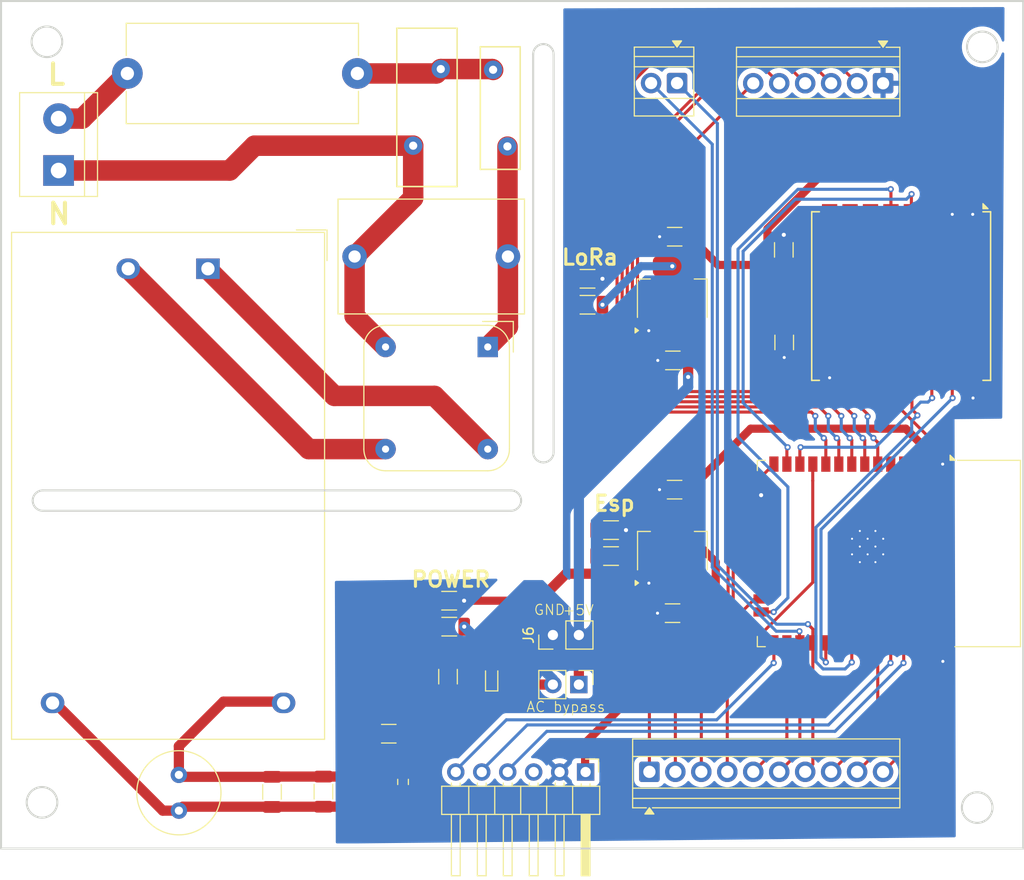
<source format=kicad_pcb>
(kicad_pcb (version 20241229) (generator "pcbnew") (generator_version "9.0")
  (layers (0 "F.Cu" signal) (2 "B.Cu" signal) (13 "F.Paste" user) (15 "B.Paste" user) (5 "F.SilkS" user "F.Silkscreen") (7 "B.SilkS" user "B.Silkscreen") (1 "F.Mask" user) (3 "B.Mask" user) (25 "Edge.Cuts" user))
  (net 0 "")
  (net 1 "Net-(AC_IP1-Pin_1)")
  (net 2 "Net-(AC_IP1-Pin_2)")
  (net 3 "GND")
  (net 4 "+3.3V")
  (net 5 "Net-(C2-Pad1)")
  (net 6 "/ESP/11")
  (net 7 "/ESP/27")
  (net 8 "/ESP/23")
  (net 9 "/ESP/26")
  (net 10 "/ESP/16")
  (net 11 "/ESP/37")
  (net 12 "/ESP/33")
  (net 13 "/ESP/28")
  (net 14 "/ESP/36")
  (net 15 "/ESP/14")
  (net 16 "TXD")
  (net 17 "RXD")
  (net 18 "DTR")
  (net 20 "/ESP/10")
  (net 21 "/ESP/6")
  (net 22 "/ESP/7")
  (net 23 "/ESP/8")
  (net 24 "/ESP/9")
  (net 31 "NSS")
  (net 32 "MISO")
  (net 33 "SCK")
  (net 35 "RESET")
  (net 36 "DIO0")
  (net 40 "MOSI")
  (net 46 "+3.3V_2")
  (net 47 "Net-(PS1-+Vout)")
  (net 48 "Net-(PS1-AC{slash}N)")
  (net 49 "Net-(PS1-AC{slash}L)")
  (net 50 "Net-(F1-Pad2)")
  (net 51 "Net-(D2-A)")
  (net 52 "Net-(D3-A)")
  (net 53 "Net-(D4-A)")
  (net 54 "Net-(D1-K)")
  (net 55 "+5V_1")
  (footprint "Connector_PinHeader_2.54mm:PinHeader_1x06_P2.54mm_Horizontal" (layer "F.Cu") (at 123.64 133.39 -90)
    (property "Reference" "J3" (hide yes))
    (property "Value" "Conn_01x06_Pin" (hide yes))
  )
  (footprint "Capacitor_SMD:C_1206_3216Metric" (layer "F.Cu") (at 143.03 82.28 90)
    (property "Reference" "C5llora1" (hide yes))
    (property "Value" "10uF" (hide yes))
  )
  (footprint "Capacitor_SMD:C_1206_3216Metric" (layer "F.Cu") (at 132.175 93.1)
    (property "Reference" "C1" (hide yes))
    (property "Value" "10uF" (hide yes))
  )
  (footprint "Capacitor_SMD:C_1206_3216Metric" (layer "F.Cu") (at 132.1475 117.84)
    (property "Reference" "C3" (hide yes))
    (property "Value" "10uF" (hide yes))
  )
  (footprint "Capacitor_SMD:C_1206_3216Metric" (layer "F.Cu") (at 104.385 129.64 180)
    (property "Reference" "Cpost1" (hide yes))
    (property "Value" "10uF" (hide yes))
  )
  (footprint "Connector_PinHeader_2.54mm:PinHeader_1x02_P2.54mm_Vertical" (layer "F.Cu") (at 122.98 124.83 -90)
    (property "Reference" "J5" (hide yes))
    (property "Value" "Conn_01x02_Pin" (hide yes))
  )
  (footprint "TerminalBlock:TerminalBlock_Xinya_XY308-2.54-2P_1x02_P2.54mm_Horizontal" (layer "F.Cu") (at 132.585 65.9525 180)
    (property "Reference" "J2" (hide yes))
    (property "Value" "Conn_01x02_Pin" (hide yes))
  )
  (footprint "Converter_ACDC:Converter_ACDC_Hi-Link_HLK-10Mxx" (layer "F.Cu") (at 86.6925 84.1275 -90)
    (property "Reference" "PS1" (hide yes))
    (property "Value" "HLK-10M05" (hide yes))
  )
  (footprint "Diode_SMD:D_SOD-523" (layer "F.Cu") (at 114.45 124.19 90)
    (property "Reference" "D1" (hide yes))
    (property "Value" "PTVS5V0Z1USK" (hide yes))
  )
  (footprint "Capacitor_SMD:C_1206_3216Metric" (layer "F.Cu") (at 97.99 135.31 90)
    (property "Reference" "Chf1" (hide yes))
    (property "Value" "0.1uF" (hide yes))
  )
  (footprint "Capacitor_THT:C_Radial_D8.0mm_H7.0mm_P3.50mm" (layer "F.Cu") (at 83.85 137.17 90)
    (property "Reference" "Cbulk1" (hide yes))
    (property "Value" "100uF" (hide yes))
  )
  (footprint "Inductor_THT:Choke_Schaffner_RN102-04-14.0x14.0mm" (layer "F.Cu") (at 114.0675 91.7825 -90)
    (property "Reference" "FL1" (hide yes))
    (property "Value" "Choke_Schaffner_RN102-0.3-02-12M" (hide yes))
  )
  (footprint "TerminalBlock:TerminalBlock_bornier-2_P5.08mm" (layer "F.Cu") (at 72.08 74.51 90)
    (property "Reference" "AC_IP1" (hide yes))
    (property "Value" "Conn_01x02_Socket" (hide yes))
  )
  (footprint "Package_TO_SOT_SMD:SOT-223-3_TabPin2" (layer "F.Cu") (at 132.13 111.75 90)
    (property "Reference" "U1" (hide yes))
    (property "Value" "AMS1117-3.3" (hide yes))
  )
  (footprint "Resistor_SMD:R_0603_1608Metric_Pad0.98x0.95mm_HandSolder" (layer "F.Cu") (at 105.78 134.36 90)
    (property "Reference" "FB1" (hide yes))
    (property "Value" "FerriteBead" (hide yes))
  )
  (footprint "TerminalBlock:TerminalBlock_Xinya_XY308-2.54-10P_1x10_P2.54mm_Horizontal" (layer "F.Cu") (at 129.88 133.37)
    (property "Reference" "J1" (hide yes))
    (property "Value" "Conn_01x10_Pin" (hide yes))
  )
  (footprint "Varistor:RV_Disc_D12mm_W3.9mm_P7.5mm" (layer "F.Cu") (at 114.59 72.15 90)
    (property "Reference" "TH1" (hide yes))
    (property "Value" "Thermistor_NTC" (hide yes))
  )
  (footprint "Varistor:RV_Disc_D15.5mm_W5.9mm_P7.5mm" (layer "F.Cu") (at 106.77 72.08 90)
    (property "Reference" "RV1" (hide yes))
    (property "Value" "Varistor" (hide yes))
  )
  (footprint "Package_TO_SOT_SMD:SOT-223-3_TabPin2" (layer "F.Cu") (at 132.12 87.04 90)
    (property "Reference" "U4" (hide yes))
    (property "Value" "AMS1117-3.3" (hide yes))
  )
  (footprint "RF_Module:Ai-Thinker-Ra-01-LoRa" (layer "F.Cu") (at 154.51 86.8 -90)
    (property "Reference" "U3" (hide yes))
    (property "Value" "Ai-Thinker-Ra-02" (hide yes))
  )
  (footprint "Capacitor_SMD:C_1206_3216Metric" (layer "F.Cu") (at 110.18 124.055 90)
    (property "Reference" "Cpost2" (hide yes))
    (property "Value" "0.1uF" (hide yes))
  )
  (footprint "Capacitor_SMD:C_1206_3216Metric" (layer "F.Cu") (at 143.07 91.34 -90)
    (property "Reference" "C1lora1" (hide yes))
    (property "Value" "100nF" (hide yes))
  )
  (footprint "Capacitor_SMD:C_1206_3216Metric" (layer "F.Cu") (at 92.96 135.335 90)
    (property "Reference" "Cmid1" (hide yes))
    (property "Value" "10uF" (hide yes))
  )
  (footprint "Capacitor_THT:C_Rect_L18.0mm_W11.0mm_P15.00mm_FKS3_FKP3" (layer "F.Cu") (at 116.04 82.93 180)
    (property "Reference" "C2" (hide yes))
    (property "Value" "0.1uF" (hide yes))
  )
  (footprint "Resistor_SMD:R_1206_3216Metric" (layer "F.Cu") (at 110.3 119.16 180)
    (property "Reference" "R1" (hide yes))
    (property "Value" "R" (hide yes))
  )
  (footprint "Resistor_SMD:R_1206_3216Metric" (layer "F.Cu") (at 123.8275 87.65 180)
    (property "Reference" "R3" (hide yes))
    (property "Value" "R" (hide yes))
  )
  (footprint "Capacitor_SMD:C_1206_3216Metric" (layer "F.Cu") (at 132.355 80.99)
    (property "Reference" "C5" (hide yes))
    (property "Value" "10uF" (hide yes))
  )
  (footprint "RF_Module:ESP32-WROOM-32" (layer "F.Cu") (at 150.32 112 -90)
    (property "Reference" "U2" (hide yes))
    (property "Value" "ESP32-WROOM-32" (hide yes))
  )
  (footprint "TerminalBlock:TerminalBlock_Xinya_XY308-2.54-6P_1x06_P2.54mm_Horizontal" (layer "F.Cu") (at 152.74 65.97 180)
    (property "Reference" "J4" (hide yes))
    (property "Value" "Conn_01x06_Pin" (hide yes))
  )
  (footprint "Connector_PinHeader_2.54mm:PinHeader_1x02_P2.54mm_Vertical" (layer "F.Cu") (at 120.44 119.98 90)
    (property "Reference" "J6")
    (property "Value" "Conn_01x02_Pin")
  )
  (footprint "Resistor_SMD:R_1206_3216Metric" (layer "F.Cu") (at 126.1275 112.25 180)
    (property "Reference" "R2" (hide yes))
    (property "Value" "R" (hide yes))
  )
  (footprint "Fuse:Fuseholder_Cylinder-5x20mm_Schurter_0031_8201_Horizontal_Open" (layer "F.Cu") (at 78.81 65.01)
    (property "Reference" "F1" (hide yes))
    (property "Value" "Fuse" (hide yes))
  )
  (footprint "Resistor_SMD:R_1206_3216Metric" (layer "F.Cu") (at 123.8275 85.11 180)
    (property "Reference" "D3" (hide yes))
    (property "Value" "LED" (hide yes))
  )
  (footprint "Resistor_SMD:R_1206_3216Metric" (layer "F.Cu") (at 126.1275 109.71 180)
    (property "Reference" "D4" (hide yes))
    (property "Value" "LED" (hide yes))
  )
  (footprint "Resistor_SMD:R_1206_3216Metric" (layer "F.Cu") (at 110.29 116.62 180)
    (property "Reference" "D2" (hide yes))
    (property "Value" "LED" (hide yes))
  )
  (footprint "Capacitor_SMD:C_1206_3216Metric" (layer "F.Cu") (at 132.345 105.75)
    (property "Reference" "C4" (hide yes))
    (property "Value" "10uF" (hide yes))
  )
  (gr_circle (center 161.95 136.87) (end 163.45 136.87) (stroke (width 0.2)) (fill no) (layer "Edge.Cuts"))
  (gr_arc (start 120.51 102.085) (mid 120.217106 102.792104) (end 119.51 103.085) (stroke (width 0.2)) (layer "Edge.Cuts"))
  (gr_line (start 70.55 105.82) (end 116.33 105.82) (stroke (width 0.2)) (layer "Edge.Cuts"))
  (gr_circle (center 162.45 62.41) (end 162.45 60.91) (stroke (width 0.2)) (fill no) (layer "Edge.Cuts"))
  (gr_arc (start 70.55 107.82) (mid 69.842861 107.527124) (end 69.55 106.82) (stroke (width 0.2)) (layer "Edge.Cuts"))
  (gr_arc (start 118.51 63.135) (mid 118.802893 62.427893) (end 119.51 62.135) (stroke (width 0.2)) (layer "Edge.Cuts"))
  (gr_line (start 118.51 102.085) (end 118.51 63.135) (stroke (width 0.2)) (layer "Edge.Cuts"))
  (gr_arc (start 119.51 103.085) (mid 118.802893 102.792107) (end 118.51 102.085) (stroke (width 0.2)) (layer "Edge.Cuts"))
  (gr_rect (start 66.45 57.92) (end 166.45 140.88) (stroke (width 0.2)) (fill no) (layer "Edge.Cuts"))
  (gr_circle (center 70.46 136.36) (end 70.46 137.86) (stroke (width 0.2)) (fill no) (layer "Edge.Cuts"))
  (gr_circle (center 70.94 61.91) (end 69.44 61.91) (stroke (width 0.2)) (fill no) (layer "Edge.Cuts"))
  (gr_arc (start 117.33 106.82) (mid 117.037107 107.527107) (end 116.33 107.82) (stroke (width 0.2)) (layer "Edge.Cuts"))
  (gr_arc (start 119.51 62.135) (mid 120.217108 62.427892) (end 120.51 63.135) (stroke (width 0.2)) (layer "Edge.Cuts"))
  (gr_line (start 120.51 63.135) (end 120.51 102.085) (stroke (width 0.2)) (layer "Edge.Cuts"))
  (gr_line (start 116.33 107.82) (end 70.55 107.82) (stroke (width 0.2)) (layer "Edge.Cuts"))
  (gr_arc (start 116.33 105.82) (mid 117.037107 106.112893) (end 117.33 106.82) (stroke (width 0.2)) (layer "Edge.Cuts"))
  (gr_arc (start 69.55 106.810001) (mid 69.846405 106.109349) (end 70.55 105.82) (stroke (width 0.2)) (layer "Edge.Cuts"))
  (gr_text "N" (at 70.82 79.93 0) (layer "F.SilkS") (effects (font (size 2 2) (thickness 0.4) (bold yes)) (justify left bottom)))
  (gr_text "+5V" (at 121.33 118.13 0) (layer "F.SilkS") (effects (font (size 1 1) (thickness 0.1)) (justify left bottom)))
  (gr_text "GND\n" (at 118.52 118.1 0) (layer "F.SilkS") (effects (font (size 1 1) (thickness 0.1)) (justify left bottom)))
  (gr_text "L" (at 70.8 66.29 0) (layer "F.SilkS") (effects (font (size 2 2) (thickness 0.4) (bold yes)) (justify left bottom)))
  (gr_text "Esp" (at 124.29 107.98 0) (layer "F.SilkS") (effects (font (size 1.5 1.5) (thickness 0.3) (bold yes)) (justify left bottom)))
  (gr_text "POWER\n" (at 106.44 115.41 0) (layer "F.SilkS") (effects (font (size 1.5 1.5) (thickness 0.3) (bold yes)) (justify left bottom)))
  (gr_text "LoRa" (at 121.15 83.88 0) (layer "F.SilkS") (effects (font (size 1.5 1.5) (thickness 0.3) (bold yes)) (justify left bottom)))
  (gr_text "AC bypass \n" (at 117.78 127.6 0) (layer "F.SilkS") (effects (font (size 1 1) (thickness 0.1)) (justify left bottom)))
  (segment (start 101.04 88.755) (end 104.0675 91.7825) (width 2) (layer "F.Cu") (net 1))
  (segment (start 101.04 82.93) (end 101.04 88.755) (width 2) (layer "F.Cu") (net 1))
  (segment (start 72.08 74.51) (end 88.82 74.51) (width 2) (layer "F.Cu") (net 1))
  (segment (start 106.77 77.2) (end 101.04 82.93) (width 2) (layer "F.Cu") (net 1))
  (segment (start 88.82 74.51) (end 91.25 72.08) (width 2) (layer "F.Cu") (net 1))
  (segment (start 106.77 72.08) (end 106.77 77.2) (width 2) (layer "F.Cu") (net 1))
  (segment (start 91.25 72.08) (end 106.77 72.08) (width 2) (layer "F.Cu") (net 1))
  (segment (start 74.39 69.43) (end 78.81 65.01) (width 2) (layer "F.Cu") (net 2))
  (segment (start 72.08 69.43) (end 74.39 69.43) (width 2) (layer "F.Cu") (net 2))
  (segment (start 83.85 130.86) (end 88.2125 126.4975) (width 1) (layer "F.Cu") (net 3))
  (segment (start 121.73 113.98) (end 128.19 113.98) (width 1) (layer "F.Cu") (net 3))
  (segment (start 102.91 129.64) (end 102.91 128.26) (width 1) (layer "F.Cu") (net 3))
  (segment (start 102.91 129.64) (end 102.91 131.58) (width 1) (layer "F.Cu") (net 3))
  (segment (start 158.57 120.75) (end 158.57 122.54) (width 0.8) (layer "F.Cu") (net 3))
  (segment (start 112.81 122.57) (end 112.8 122.58) (width 1) (layer "F.Cu") (net 3))
  (segment (start 112.8 122.58) (end 110.18 122.58) (width 1) (layer "F.Cu") (net 3))
  (segment (start 92.985 133.835) (end 92.96 133.86) (width 1) (layer "F.Cu") (net 3))
  (segment (start 129.11 114.9) (end 129.83 114.9) (width 1) (layer "F.Cu") (net 3))
  (segment (start 161.51 94.8) (end 161.51 96.75) (width 0.3) (layer "F.Cu") (net 3))
  (segment (start 114.45 123.49) (end 113.53 122.57) (width 1) (layer "F.Cu") (net 3))
  (segment (start 102.91 128.26) (end 108.59 122.58) (width 1) (layer "F.Cu") (net 3))
  (segment (start 100.655 133.835) (end 97.99 133.835) (width 1) (layer "F.Cu") (net 3))
  (segment (start 158.57 122.54) (end 158.59 122.56) (width 0.8) (layer "F.Cu") (net 3))
  (segment (start 116.13 116.62) (end 117.61 118.1) (width 0.8) (layer "F.Cu") (net 3))
  (segment (start 97.99 133.835) (end 92.985 133.835) (width 1) (layer "F.Cu") (net 3))
  (segment (start 108.59 122.58) (end 110.18 122.58) (width 1) (layer "F.Cu") (net 3))
  (segment (start 84.04 133.86) (end 83.85 133.67) (width 1) (layer "F.Cu") (net 3))
  (segment (start 88.2125 126.4975) (end 94.2025 126.4975) (width 1) (layer "F.Cu") (net 3))
  (segment (start 92.96 133.86) (end 84.04 133.86) (width 1) (layer "F.Cu") (net 3))
  (segment (start 161.51 96.75) (end 161.54 96.78) (width 0.3) (layer "F.Cu") (net 3))
  (segment (start 111.7525 116.62) (end 116.13 116.62) (width 0.8) (layer "F.Cu") (net 3))
  (segment (start 102.91 131.58) (end 100.655 133.835) (width 1) (layer "F.Cu") (net 3))
  (segment (start 128.19 113.98) (end 129.11 114.9) (width 1) (layer "F.Cu") (net 3))
  (segment (start 115.94 123.49) (end 117.61 121.82) (width 1) (layer "F.Cu") (net 3))
  (segment (start 83.85 133.67) (end 83.85 130.86) (width 1) (layer "F.Cu") (net 3))
  (segment (start 117.61 121.82) (end 117.61 118.1) (width 1) (layer "F.Cu") (net 3))
  (segment (start 113.53 122.57) (end 112.81 122.57) (width 1) (layer "F.Cu") (net 3))
  (segment (start 117.61 118.1) (end 121.73 113.98) (width 1) (layer "F.Cu") (net 3))
  (segment (start 114.45 123.49) (end 115.94 123.49) (width 1) (layer "F.Cu") (net 3))
  (via (at 130.88 80.99) (size 0.6) (drill 0.3) (layers "F.Cu" "B.Cu") (net 3))
  (via (at 158.59 122.56) (size 0.6) (drill 0.3) (layers "F.Cu" "B.Cu") (net 3))
  (via (at 127.59 109.71) (size 0.8) (drill 0.4) (layers "F.Cu" "B.Cu") (net 3))
  (via (at 111.7525 116.62) (size 0.8) (drill 0.4) (layers "F.Cu" "B.Cu") (net 3))
  (via (at 158.57 103.25) (size 0.6) (drill 0.3) (layers "F.Cu" "B.Cu") (net 3))
  (via (at 161.51 78.8) (size 0.6) (drill 0.3) (layers "F.Cu" "B.Cu") (net 3))
  (via (at 147.51 94.8) (size 0.6) (drill 0.3) (layers "F.Cu" "B.Cu") (net 3))
  (via (at 129.83 114.9) (size 0.6) (drill 0.3) (layers "F.Cu" "B.Cu") (net 3))
  (via (at 130.7 93.1) (size 0.6) (drill 0.3) (layers "F.Cu" "B.Cu") (net 3))
  (via (at 130.87 105.75) (size 0.6) (drill 0.3) (layers "F.Cu" "B.Cu") (net 3))
  (via (at 129.82 90.19) (size 0.6) (drill 0.3) (layers "F.Cu" "B.Cu") (net 3))
  (via (at 125.29 85.11) (size 0.8) (drill 0.4) (layers "F.Cu" "B.Cu") (net 3))
  (via (at 143.07 92.815) (size 0.6) (drill 0.3) (layers "F.Cu" "B.Cu") (net 3))
  (via (at 143.03 80.805) (size 0.8) (drill 0.4) (layers "F.Cu" "B.Cu") (net 3))
  (via (at 159.51 78.8) (size 0.6) (drill 0.3) (layers "F.Cu" "B.Cu") (net 3))
  (via (at 130.6725 117.84) (size 0.6) (drill 0.3) (layers "F.Cu" "B.Cu") (net 3))
  (via (at 161.54 96.78) (size 0.6) (drill 0.3) (layers "F.Cu" "B.Cu") (net 3))
  (via (at 140.81 106.29) (size 0.8) (drill 0.4) (layers "F.Cu" "B.Cu") (net 3))
  (segment (start 136.37 112.84) (end 132.13 108.6) (width 0.8) (layer "F.Cu") (net 4))
  (segment (start 123.59 133.28) (end 123.59 130.558886) (width 0.8) (layer "F.Cu") (net 4))
  (segment (start 157.3 102.118) (end 154.962 99.78) (width 0.8) (layer "F.Cu") (net 4))
  (segment (start 132.13 107.44) (end 133.82 105.75) (width 0.8) (layer "F.Cu") (net 4))
  (segment (start 132.13 108.6) (end 132.13 107.44) (width 0.8) (layer "F.Cu") (net 4))
  (segment (start 135.51 117.34) (end 136.37 116.48) (width 0.8) (layer "F.Cu") (net 4))
  (segment (start 154.962 99.78) (end 139.79 99.78) (width 0.8) (layer "F.Cu") (net 4))
  (segment (start 157.3 103.25) (end 157.3 102.118) (width 0.8) (layer "F.Cu") (net 4))
  (segment (start 132.13 114.9) (end 132.13 108.6) (width 0.8) (layer "F.Cu") (net 4))
  (segment (start 139.79 99.78) (end 133.82 105.75) (width 0.8) (layer "F.Cu") (net 4))
  (segment (start 135.51 118.638886) (end 135.51 117.34) (width 0.8) (layer "F.Cu") (net 4))
  (segment (start 123.59 130.558886) (end 135.51 118.638886) (width 0.8) (layer "F.Cu") (net 4))
  (segment (start 136.37 116.48) (end 136.37 112.84) (width 0.8) (layer "F.Cu") (net 4))
  (segment (start 127.59 112.25) (end 128.48 112.25) (width 0.8) (layer "F.Cu") (net 4))
  (segment (start 128.48 112.25) (end 132.13 108.6) (width 0.8) (layer "F.Cu") (net 4))
  (segment (start 115.9975 82.8875) (end 116.04 82.93) (width 2) (layer "F.Cu") (net 5))
  (segment (start 116.04 89.81) (end 114.0675 91.7825) (width 2) (layer "F.Cu") (net 5))
  (segment (start 116.04 82.93) (end 116.04 89.81) (width 2) (layer "F.Cu") (net 5))
  (segment (start 115.9975 72.17) (end 115.9975 82.8875) (width 2) (layer "F.Cu") (net 5))
  (segment (start 145.86 114.830654) (end 137.5 123.190654) (width 0.3) (layer "F.Cu") (net 6))
  (segment (start 145.86 103.26) (end 145.87 103.25) (width 0.3) (layer "F.Cu") (net 6))
  (segment (start 145.86 104.87) (end 145.86 114.830654) (width 0.3) (layer "F.Cu") (net 6))
  (segment (start 145.86 104.87) (end 145.86 103.26) (width 0.3) (layer "F.Cu") (net 6))
  (segment (start 137.5 123.190654) (end 137.5 133.37) (width 0.3) (layer "F.Cu") (net 6))
  (segment (start 144.56 119.61) (end 144.56 120.71) (width 0.3) (layer "F.Cu") (net 7))
  (segment (start 144.6 131.35) (end 142.58 133.37) (width 0.3) (layer "F.Cu") (net 7))
  (segment (start 144.56 120.71) (end 144.6 120.75) (width 0.3) (layer "F.Cu") (net 7))
  (segment (start 144.6 120.75) (end 144.6 131.35) (width 0.3) (layer "F.Cu") (net 7))
  (via (at 144.56 119.61) (size 0.6) (drill 0.3) (layers "F.Cu" "B.Cu") (net 7))
  (segment (start 136.03 113.349175) (end 139.3 116.619174) (width 0.3) (layer "B.Cu") (net 7))
  (segment (start 130.045 65.9525) (end 136.03 71.9375) (width 0.3) (layer "B.Cu") (net 7))
  (segment (start 142.290825 119.61) (end 144.56 119.61) (width 0.3) (layer "B.Cu") (net 7))
  (segment (start 136.03 71.9375) (end 136.03 113.349175) (width 0.3) (layer "B.Cu") (net 7))
  (segment (start 139.3 116.619174) (end 142.290825 119.61) (width 0.3) (layer "B.Cu") (net 7))
  (segment (start 140.81 116.45) (end 140.178 116.45) (width 0.3) (layer "F.Cu") (net 8))
  (segment (start 134.96 121.668) (end 134.96 133.37) (width 0.3) (layer "F.Cu") (net 8))
  (segment (start 140.178 116.45) (end 134.96 121.668) (width 0.3) (layer "F.Cu") (net 8))
  (segment (start 143.33 130.08) (end 140.04 133.37) (width 0.3) (layer "F.Cu") (net 9))
  (segment (start 143.33 120.75) (end 143.33 130.08) (width 0.3) (layer "F.Cu") (net 9))
  (segment (start 132.42 123.49948) (end 138.08 117.83948) (width 0.3) (layer "F.Cu") (net 10))
  (segment (start 138.08 117.83948) (end 138.08 109.24) (width 0.3) (layer "F.Cu") (net 10))
  (segment (start 139.76 107.56) (end 140.81 107.56) (width 0.3) (layer "F.Cu") (net 10))
  (segment (start 132.42 133.37) (end 132.42 123.49948) (width 0.3) (layer "F.Cu") (net 10))
  (segment (start 138.08 109.24) (end 139.76 107.56) (width 0.3) (layer "F.Cu") (net 10))
  (segment (start 157.3 128.81) (end 157.3 120.75) (width 0.3) (layer "F.Cu") (net 11))
  (segment (start 152.74 133.37) (end 157.3 128.81) (width 0.3) (layer "F.Cu") (net 11))
  (segment (start 152.22 128.81) (end 147.66 133.37) (width 0.3) (layer "F.Cu") (net 12))
  (segment (start 152.22 120.75) (end 152.22 128.81) (width 0.3) (layer "F.Cu") (net 12))
  (segment (start 145.87 120.75) (end 145.87 132.62) (width 0.3) (layer "F.Cu") (net 13))
  (segment (start 145.87 132.62) (end 145.12 133.37) (width 0.3) (layer "F.Cu") (net 13))
  (segment (start 145.87 119.4) (end 145.39 118.92) (width 0.3) (layer "F.Cu") (net 13))
  (segment (start 145.87 120.75) (end 145.87 119.4) (width 0.3) (layer "F.Cu") (net 13))
  (via (at 145.39 118.92) (size 0.6) (drill 0.3) (layers "F.Cu" "B.Cu") (net 13))
  (segment (start 145.39 118.92) (end 142.309346 118.92) (width 0.3) (layer "B.Cu") (net 13))
  (segment (start 142.309346 118.92) (end 136.531 113.141654) (width 0.3) (layer "B.Cu") (net 13))
  (segment (start 136.531 113.141654) (end 136.531 69.8985) (width 0.3) (layer "B.Cu") (net 13))
  (segment (start 136.531 69.8985) (end 132.585 65.9525) (width 0.3) (layer "B.Cu") (net 13))
  (segment (start 156.03 127.54) (end 150.2 133.37) (width 0.3) (layer "F.Cu") (net 14))
  (segment (start 156.03 120.75) (end 156.03 127.54) (width 0.3) (layer "F.Cu") (net 14))
  (segment (start 142.06 103.25) (end 138.12 107.19) (width 0.3) (layer "F.Cu") (net 15))
  (segment (start 129.88 125.33096) (end 129.88 133.37) (width 0.3) (layer "F.Cu") (net 15))
  (segment (start 137.579 109.03248) (end 137.579 117.63196) (width 0.3) (layer "F.Cu") (net 15))
  (segment (start 137.579 117.63196) (end 129.88 125.33096) (width 0.3) (layer "F.Cu") (net 15))
  (segment (start 138.12 108.49148) (end 137.579 109.03248) (width 0.3) (layer "F.Cu") (net 15))
  (segment (start 138.12 107.19) (end 138.12 108.49148) (width 0.3) (layer "F.Cu") (net 15))
  (segment (start 154.76 120.75) (end 154.76 122.69) (width 0.3) (layer "F.Cu") (net 16))
  (segment (start 154.76 122.69) (end 154.74 122.71) (width 0.3) (layer "F.Cu") (net 16))
  (via (at 154.74 122.71) (size 0.6) (drill 0.3) (layers "F.Cu" "B.Cu") (net 16))
  (segment (start 119.84 129.41) (end 115.97 133.28) (width 0.3) (layer "B.Cu") (net 16))
  (segment (start 148.04 129.41) (end 119.84 129.41) (width 0.3) (layer "B.Cu") (net 16))
  (segment (start 154.74 122.71) (end 148.04 129.41) (width 0.3) (layer "B.Cu") (net 16))
  (segment (start 153.49 122.69) (end 153.47 122.71) (width 0.3) (layer "F.Cu") (net 17))
  (segment (start 153.49 120.75) (end 153.49 122.69) (width 0.3) (layer "F.Cu") (net 17))
  (via (at 153.47 122.71) (size 0.6) (drill 0.3) (layers "F.Cu" "B.Cu") (net 17))
  (segment (start 117.93 128.78) (end 113.43 133.28) (width 0.3) (layer "B.Cu") (net 17))
  (segment (start 147.4 128.78) (end 117.93 128.78) (width 0.3) (layer "B.Cu") (net 17))
  (segment (start 153.47 122.71) (end 147.4 128.78) (width 0.3) (layer "B.Cu") (net 17))
  (segment (start 142.06 120.75) (end 142.06 122.69) (width 0.3) (layer "F.Cu") (net 18))
  (segment (start 142.06 122.69) (end 142.04 122.71) (width 0.3) (layer "F.Cu") (net 18))
  (via (at 142.04 122.71) (size 0.6) (drill 0.3) (layers "F.Cu" "B.Cu") (net 18))
  (segment (start 115.891 128.279) (end 110.89 133.28) (width 0.3) (layer "B.Cu") (net 18))
  (segment (start 142.04 122.71) (end 136.471 128.279) (width 0.3) (layer "B.Cu") (net 18))
  (segment (start 136.471 128.279) (end 115.891 128.279) (width 0.3) (layer "B.Cu") (net 18))
  (segment (start 147.14 100.9) (end 146.94 100.7) (width 0.3) (layer "F.Cu") (net 20))
  (segment (start 131.088046 98.154) (end 141.72 98.154) (width 0.3) (layer "F.Cu") (net 20))
  (segment (start 126.715 66.663376) (end 126.715 93.780951) (width 0.3) (layer "F.Cu") (net 20))
  (segment (start 147.14 103.25) (end 147.14 100.9) (width 0.3) (layer "F.Cu") (net 20))
  (segment (start 141.72 98.154) (end 142.72 98.154) (width 0.3) (layer "F.Cu") (net 20))
  (segment (start 150.2 65.97) (end 146.887 62.657) (width 0.3) (layer "F.Cu") (net 20))
  (segment (start 130.721376 62.657) (end 126.715 66.663376) (width 0.3) (layer "F.Cu") (net 20))
  (segment (start 145.724 98.154) (end 141.72 98.154) (width 0.3) (layer "F.Cu") (net 20))
  (segment (start 146.11 98.54) (end 145.724 98.154) (width 0.3) (layer "F.Cu") (net 20))
  (segment (start 146.887 62.657) (end 130.721376 62.657) (width 0.3) (layer "F.Cu") (net 20))
  (segment (start 126.715 93.780951) (end 131.088046 98.154) (width 0.3) (layer "F.Cu") (net 20))
  (via (at 146.94 100.7) (size 0.6) (drill 0.3) (layers "F.Cu" "B.Cu") (net 20))
  (via (at 146.11 98.54) (size 0.6) (drill 0.3) (layers "F.Cu" "B.Cu") (net 20))
  (segment (start 146.11 98.54) (end 146.11 99.87) (width 0.3) (layer "B.Cu") (net 20))
  (segment (start 146.11 99.87) (end 146.94 100.7) (width 0.3) (layer "B.Cu") (net 20))
  (segment (start 131.91813 96.15) (end 149.01 96.15) (width 0.3) (layer "F.Cu") (net 21))
  (segment (start 152.22 103.25) (end 152.22 101.12) (width 0.3) (layer "F.Cu") (net 21))
  (segment (start 128.719 92.95087) (end 131.91813 96.15) (width 0.3) (layer "F.Cu") (net 21))
  (segment (start 128.719 77.291) (end 128.719 92.95087) (width 0.3) (layer "F.Cu") (net 21))
  (segment (start 149.01 96.15) (end 151.23 98.37) (width 0.3) (layer "F.Cu") (net 21))
  (segment (start 152.22 101.12) (end 151.8 100.7) (width 0.3) (layer "F.Cu") (net 21))
  (segment (start 140.04 65.97) (end 128.719 77.291) (width 0.3) (layer "F.Cu") (net 21))
  (segment (start 151.23 98.37) (end 151.23 98.59) (width 0.3) (layer "F.Cu") (net 21))
  (via (at 151.8 100.7) (size 0.6) (drill 0.3) (layers "F.Cu" "B.Cu") (net 21))
  (via (at 151.23 98.59) (size 0.6) (drill 0.3) (layers "F.Cu" "B.Cu") (net 21))
  (segment (start 151.23 98.59) (end 151.23 100.13) (width 0.3) (layer "B.Cu") (net 21))
  (segment (start 151.23 100.13) (end 151.8 100.7) (width 0.3) (layer "B.Cu") (net 21))
  (segment (start 150.95 100.9) (end 150.75 100.7) (width 0.3) (layer "F.Cu") (net 22))
  (segment (start 140.77 64.16) (end 142.58 65.97) (width 0.3) (layer "F.Cu") (net 22))
  (segment (start 131.71061 96.651) (end 128.218 93.15839) (width 0.3) (layer "F.Cu") (net 22))
  (segment (start 148.031 96.651) (end 131.71061 96.651) (width 0.3) (layer "F.Cu") (net 22))
  (segment (start 138.12 64.16) (end 140.77 64.16) (width 0.3) (layer "F.Cu") (net 22))
  (segment (start 149.92 98.54) (end 148.031 96.651) (width 0.3) (layer "F.Cu") (net 22))
  (segment (start 128.218 93.15839) (end 128.218 74.062) (width 0.3) (layer "F.Cu") (net 22))
  (segment (start 128.218 74.062) (end 138.12 64.16) (width 0.3) (layer "F.Cu") (net 22))
  (segment (start 150.95 103.25) (end 150.95 100.9) (width 0.3) (layer "F.Cu") (net 22))
  (via (at 150.75 100.7) (size 0.6) (drill 0.3) (layers "F.Cu" "B.Cu") (net 22))
  (via (at 149.92 98.54) (size 0.6) (drill 0.3) (layers "F.Cu" "B.Cu") (net 22))
  (segment (start 149.92 99.87) (end 150.75 100.7) (width 0.3) (layer "B.Cu") (net 22))
  (segment (start 149.92 98.54) (end 149.92 99.87) (width 0.3) (layer "B.Cu") (net 22))
  (segment (start 149.68 100.9) (end 149.48 100.7) (width 0.3) (layer "F.Cu") (net 23))
  (segment (start 148.65 98.54) (end 147.262 97.152) (width 0.3) (layer "F.Cu") (net 23))
  (segment (start 137.91248 63.659) (end 142.809 63.659) (width 0.3) (layer "F.Cu") (net 23))
  (segment (start 147.262 97.152) (end 131.503089 97.152) (width 0.3) (layer "F.Cu") (net 23))
  (segment (start 127.717 93.36591) (end 127.717 73.854479) (width 0.3) (layer "F.Cu") (net 23))
  (segment (start 149.68 103.25) (end 149.68 100.9) (width 0.3) (layer "F.Cu") (net 23))
  (segment (start 127.717 73.854479) (end 137.91248 63.659) (width 0.3) (layer "F.Cu") (net 23))
  (segment (start 131.503089 97.152) (end 127.717 93.36591) (width 0.3) (layer "F.Cu") (net 23))
  (segment (start 142.809 63.659) (end 145.12 65.97) (width 0.3) (layer "F.Cu") (net 23))
  (via (at 148.65 98.54) (size 0.6) (drill 0.3) (layers "F.Cu" "B.Cu") (net 23))
  (via (at 149.48 100.7) (size 0.6) (drill 0.3) (layers "F.Cu" "B.Cu") (net 23))
  (segment (start 148.65 98.54) (end 148.65 99.87) (width 0.3) (layer "B.Cu") (net 23))
  (segment (start 148.65 99.87) (end 149.48 100.7) (width 0.3) (layer "B.Cu") (net 23))
  (segment (start 127.216 93.57343) (end 127.216 66.870897) (width 0.3) (layer "F.Cu") (net 24))
  (segment (start 147.38 98.54) (end 146.493 97.653) (width 0.3) (layer "F.Cu") (net 24))
  (segment (start 148.41 103.25) (end 148.41 100.9) (width 0.3) (layer "F.Cu") (net 24))
  (segment (start 146.493 97.653) (end 131.295567 97.653) (width 0.3) (layer "F.Cu") (net 24))
  (segment (start 148.41 100.9) (end 148.21 100.7) (width 0.3) (layer "F.Cu") (net 24))
  (segment (start 130.928897 63.158) (end 144.848 63.158) (width 0.3) (layer "F.Cu") (net 24))
  (segment (start 131.295567 97.653) (end 127.216 93.57343) (width 0.3) (layer "F.Cu") (net 24))
  (segment (start 144.848 63.158) (end 147.66 65.97) (width 0.3) (layer "F.Cu") (net 24))
  (segment (start 127.216 66.870897) (end 130.928897 63.158) (width 0.3) (layer "F.Cu") (net 24))
  (via (at 148.21 100.7) (size 0.6) (drill 0.3) (layers "F.Cu" "B.Cu") (net 24))
  (via (at 147.38 98.54) (size 0.6) (drill 0.3) (layers "F.Cu" "B.Cu") (net 24))
  (segment (start 147.38 98.54) (end 147.38 99.87) (width 0.3) (layer "B.Cu") (net 24))
  (segment (start 147.38 99.87) (end 148.21 100.7) (width 0.3) (layer "B.Cu") (net 24))
  (segment (start 147.14 120.75) (end 147.14 122.65) (width 0.3) (layer "F.Cu") (net 31))
  (segment (start 159.51 96.75) (end 159.54 96.78) (width 0.3) (layer "F.Cu") (net 31))
  (segment (start 159.51 94.8) (end 159.51 96.75) (width 0.3) (layer "F.Cu") (net 31))
  (via (at 159.54 96.78) (size 0.6) (drill 0.3) (layers "F.Cu" "B.Cu") (net 31))
  (via (at 147.14 122.65) (size 0.6) (drill 0.3) (layers "F.Cu" "B.Cu") (net 31))
  (segment (start 146.67 122.18) (end 147.14 122.65) (width 0.3) (layer "B.Cu") (net 31))
  (segment (start 159.54 96.78) (end 146.67 109.65) (width 0.3) (layer "B.Cu") (net 31))
  (segment (start 146.67 109.65) (end 146.67 122.18) (width 0.3) (layer "B.Cu") (net 31))
  (segment (start 156.1 98.48) (end 156.1 98.43076) (width 0.3) (layer "F.Cu") (net 32))
  (segment (start 155.56462 97.89538) (end 155.56462 96.80462) (width 0.3) (layer "F.Cu") (net 32))
  (segment (start 155.51 96.75) (end 155.51 94.8) (width 0.3) (layer "F.Cu") (net 32))
  (segment (start 149.68 120.75) (end 149.68 122.65) (width 0.3) (layer "F.Cu") (net 32))
  (segment (start 155.56462 96.80462) (end 155.51 96.75) (width 0.3) (layer "F.Cu") (net 32))
  (segment (start 156.1 98.43076) (end 155.56462 97.89538) (width 0.3) (layer "F.Cu") (net 32))
  (via (at 156.1 98.48) (size 0.6) (drill 0.3) (layers "F.Cu" "B.Cu") (net 32))
  (via (at 149.68 122.65) (size 0.6) (drill 0.3) (layers "F.Cu" "B.Cu") (net 32))
  (segment (start 155.54 100.07148) (end 146.169 109.44248) (width 0.3) (layer "B.Cu") (net 32))
  (segment (start 146.169 109.44248) (end 146.169 122.599654) (width 0.3) (layer "B.Cu") (net 32))
  (segment (start 146.870346 123.301) (end 149.029 123.301) (width 0.3) (layer "B.Cu") (net 32))
  (segment (start 149.029 123.301) (end 149.68 122.65) (width 0.3) (layer "B.Cu") (net 32))
  (segment (start 146.169 122.599654) (end 146.870346 123.301) (width 0.3) (layer "B.Cu") (net 32))
  (segment (start 155.54 99.04) (end 155.54 100.07148) (width 0.3) (layer "B.Cu") (net 32))
  (segment (start 156.1 98.48) (end 155.54 99.04) (width 0.3) (layer "B.Cu") (net 32))
  (segment (start 148.41 120.118) (end 148.41 120.75) (width 0.3) (layer "F.Cu") (net 33))
  (segment (start 159.371 102.149) (end 159.371 102.771) (width 0.3) (layer "F.Cu") (net 33))
  (segment (start 153.51 96.91) (end 158.749 102.149) (width 0.3) (layer "F.Cu") (net 33))
  (segment (start 153.51 94.8) (end 153.51 96.91) (width 0.3) (layer "F.Cu") (net 33))
  (segment (start 159.4 109.128) (end 148.41 120.118) (width 0.3) (layer "F.Cu") (net 33))
  (segment (start 158.749 102.149) (end 159.371 102.149) (width 0.3) (layer "F.Cu") (net 33))
  (segment (start 159.4 102.8) (end 159.4 109.128) (width 0.3) (layer "F.Cu") (net 33))
  (segment (start 159.371 102.771) (end 159.4 102.8) (width 0.3) (layer "F.Cu") (net 33))
  (segment (start 143.33 103.25) (end 143.33 101.67) (width 0.3) (layer "F.Cu") (net 35))
  (segment (start 155.51 76.84) (end 155.53 76.82) (width 0.3) (layer "F.Cu") (net 35))
  (segment (start 143.33 101.67) (end 143.4 101.6) (width 0.3) (layer "F.Cu") (net 35))
  (segment (start 155.51 78.8) (end 155.51 76.84) (width 0.3) (layer "F.Cu") (net 35))
  (via (at 143.4 101.6) (size 0.6) (drill 0.3) (layers "F.Cu" "B.Cu") (net 35))
  (via (at 155.53 76.82) (size 0.6) (drill 0.3) (layers "F.Cu" "B.Cu") (net 35))
  (segment (start 143.4 101.6) (end 139.051 97.251) (width 0.3) (layer "B.Cu") (net 35))
  (segment (start 155.029 77.321) (end 155.53 76.82) (width 0.3) (layer "B.Cu") (net 35))
  (segment (start 144.14752 77.321) (end 155.029 77.321) (width 0.3) (layer "B.Cu") (net 35))
  (segment (start 139.051 82.41752) (end 144.14752 77.321) (width 0.3) (layer "B.Cu") (net 35))
  (segment (start 139.051 97.251) (end 139.051 82.41752) (width 0.3) (layer "B.Cu") (net 35))
  (segment (start 142.04 117.73) (end 142.03 117.72) (width 0.3) (layer "F.Cu") (net 36))
  (segment (start 153.51 76.36) (end 153.49 76.34) (width 0.3) (layer "F.Cu") (net 36))
  (segment (start 142.03 117.72) (end 140.81 117.72) (width 0.3) (layer "F.Cu") (net 36))
  (segment (start 153.51 78.8) (end 153.51 76.36) (width 0.3) (layer "F.Cu") (net 36))
  (via (at 153.49 76.34) (size 0.6) (drill 0.3) (layers "F.Cu" "B.Cu") (net 36))
  (via (at 142.04 117.73) (size 0.6) (drill 0.3) (layers "F.Cu" "B.Cu") (net 36))
  (segment (start 144.41 76.35) (end 138.55 82.21) (width 0.3) (layer "B.Cu") (net 36))
  (segment (start 142.04 117.73) (end 142.1 117.79) (width 0.3) (layer "B.Cu") (net 36))
  (segment (start 143.43 105.48) (end 143.43 116.34) (width 0.3) (layer "B.Cu") (net 36))
  (segment (start 143.43 116.34) (end 142.04 117.73) (width 0.3) (layer "B.Cu") (net 36))
  (segment (start 153.06 76.35) (end 144.41 76.35) (width 0.3) (layer "B.Cu") (net 36))
  (segment (start 138.55 82.21) (end 138.55 100.6) (width 0.3) (layer "B.Cu") (net 36))
  (segment (start 153.49 76.34) (end 153.07 76.34) (width 0.3) (layer "B.Cu") (net 36))
  (segment (start 153.07 76.34) (end 153.06 76.35) (width 0.3) (layer "B.Cu") (net 36))
  (segment (start 138.55 100.6) (end 143.43 105.48) (width 0.3) (layer "B.Cu") (net 36))
  (segment (start 144.6 103.25) (end 144.6 101.67) (width 0.3) (layer "F.Cu") (net 40))
  (segment (start 157.51 94.8) (end 157.51 96.75) (width 0.3) (layer "F.Cu") (net 40))
  (segment (start 144.6 101.67) (end 144.67 101.6) (width 0.3) (layer "F.Cu") (net 40))
  (segment (start 157.51 96.75) (end 157.54 96.78) (width 0.3) (layer "F.Cu") (net 40))
  (via (at 157.54 96.78) (size 0.6) (drill 0.3) (layers "F.Cu" "B.Cu") (net 40))
  (via (at 144.67 101.6) (size 0.6) (drill 0.3) (layers "F.Cu" "B.Cu") (net 40))
  (segment (start 152 101.6) (end 156.42 97.18) (width 0.3) (layer "B.Cu") (net 40))
  (segment (start 156.42 97.18) (end 157.14 97.18) (width 0.3) (layer "B.Cu") (net 40))
  (segment (start 157.14 97.18) (end 157.54 96.78) (width 0.3) (layer "B.Cu") (net 40))
  (segment (start 144.67 101.6) (end 152 101.6) (width 0.3) (layer "B.Cu") (net 40))
  (segment (start 141.43 80.219576) (end 141.43 82.155) (width 0.8) (layer "F.Cu") (net 46))
  (segment (start 136.595 83.755) (end 143.03 83.755) (width 0.8) (layer "F.Cu") (net 46))
  (segment (start 132.12 83.89) (end 132.12 90.19) (width 0.8) (layer "F.Cu") (net 46))
  (segment (start 132.12 83.88) (end 132.12 82.7) (width 0.8) (layer "F.Cu") (net 46))
  (segment (start 157.51 76.73) (end 155.31 74.53) (width 0.8) (layer "F.Cu") (net 46))
  (segment (start 155.31 74.53) (end 147.119576 74.53) (width 0.8) (layer "F.Cu") (net 46))
  (segment (start 143.03 83.755) (end 143.03 89.825) (width 0.8) (layer "F.Cu") (net 46))
  (segment (start 133.83 80.99) (end 136.595 83.755) (width 0.8) (layer "F.Cu") (net 46))
  (segment (start 132.12 83.89) (end 132.12 83.88) (width 0.8) (layer "F.Cu") (net 46))
  (segment (start 132.12 82.7) (end 133.83 80.99) (width 0.8) (layer "F.Cu") (net 46))
  (segment (start 143.03 89.825) (end 143.07 89.865) (width 0.8) (layer "F.Cu") (net 46))
  (segment (start 157.51 78.8) (end 157.51 76.73) (width 0.8) (layer "F.Cu") (net 46))
  (segment (start 147.119576 74.53) (end 141.43 80.219576) (width 0.8) (layer "F.Cu") (net 46))
  (segment (start 141.43 82.155) (end 143.03 83.755) (width 0.8) (layer "F.Cu") (net 46))
  (via (at 125.29 87.65) (size 0.8) (drill 0.4) (layers "F.Cu" "B.Cu") (net 46))
  (via (at 132.12 83.88) (size 0.8) (drill 0.4) (layers "F.Cu" "B.Cu") (net 46))
  (segment (start 125.29 87.65) (end 129.06 83.88) (width 0.8) (layer "B.Cu") (net 46))
  (segment (start 129.06 83.88) (end 132.12 83.88) (width 0.8) (layer "B.Cu") (net 46))
  (segment (start 105.075 136.785) (end 97.99 136.785) (width 1) (layer "F.Cu") (net 47))
  (segment (start 82.275 137.17) (end 71.6025 126.4975) (width 1) (layer "F.Cu") (net 47))
  (segment (start 83.85 137.17) (end 82.275 137.17) (width 1) (layer "F.Cu") (net 47))
  (segment (start 105.78 136.08) (end 105.075 136.785) (width 1) (layer "F.Cu") (net 47))
  (segment (start 97.99 136.785) (end 84.235 136.785) (width 1) (layer "F.Cu") (net 47))
  (segment (start 84.235 136.785) (end 83.85 137.17) (width 1) (layer "F.Cu") (net 47))
  (segment (start 105.78 135.2725) (end 105.78 136.08) (width 1) (layer "F.Cu") (net 47))
  (segment (start 104.0675 101.7825) (end 96.5475 101.7825) (width 2) (layer "F.Cu") (net 48))
  (segment (start 96.5475 101.7825) (end 78.8925 84.1275) (width 2) (layer "F.Cu") (net 48))
  (segment (start 99.06 96.57) (end 108.855 96.57) (width 2) (layer "F.Cu") (net 49))
  (segment (start 86.6925 84.1275) (end 86.6925 84.2025) (width 2) (layer "F.Cu") (net 49))
  (segment (start 108.855 96.57) (end 114.0675 101.7825) (width 2) (layer "F.Cu") (net 49))
  (segment (start 86.6925 84.2025) (end 99.06 96.57) (width 2) (layer "F.Cu") (net 49))
  (segment (start 109.04 65.01) (end 109.47 64.58) (width 2) (layer "F.Cu") (net 50))
  (segment (start 114.5075 64.58) (end 114.5975 64.67) (width 2) (layer "F.Cu") (net 50))
  (segment (start 101.31 65.01) (end 109.04 65.01) (width 2) (layer "F.Cu") (net 50))
  (segment (start 109.47 64.58) (end 114.5075 64.58) (width 2) (layer "F.Cu") (net 50))
  (segment (start 108.8275 116.62) (end 108.8275 119.15) (width 0.8) (layer "F.Cu") (net 51))
  (segment (start 108.8275 119.15) (end 108.8375 119.16) (width 0.8) (layer "F.Cu") (net 51))
  (segment (start 122.365 85.11) (end 122.365 87.65) (width 0.8) (layer "F.Cu") (net 52))
  (segment (start 124.665 109.71) (end 124.665 112.25) (width 0.8) (layer "F.Cu") (net 53))
  (segment (start 117.49 124.89) (end 117.55 124.83) (width 1) (layer "F.Cu") (net 54))
  (segment (start 114.45 124.89) (end 117.49 124.89) (width 1) (layer "F.Cu") (net 54))
  (segment (start 105.86 133.3675) (end 105.78 133.4475) (width 1) (layer "F.Cu") (net 54))
  (segment (start 106.07 129.64) (end 110.18 125.53) (width 1) (layer "F.Cu") (net 54))
  (segment (start 117.49 124.89) (end 118.154213 124.89) (width 1) (layer "F.Cu") (net 54))
  (segment (start 110.82 124.89) (end 110.18 125.53) (width 1) (layer "F.Cu") (net 54))
  (segment (start 105.86 129.64) (end 106.07 129.64) (width 1) (layer "F.Cu") (net 54))
  (segment (start 117.55 124.83) (end 120.44 124.83) (width 1) (layer "F.Cu") (net 54))
  (segment (start 114.45 124.89) (end 110.82 124.89) (width 1) (layer "F.Cu") (net 54))
  (segment (start 105.86 129.64) (end 105.86 133.3675) (width 1) (layer "F.Cu") (net 54))
  (via (at 111.7625 119.16) (size 0.8) (drill 0.4) (layers "F.Cu" "B.Cu") (net 54))
  (segment (start 114.8325 122.23) (end 118.37 122.23) (width 1) (layer "B.Cu") (net 54))
  (segment (start 111.7625 119.16) (end 114.8325 122.23) (width 1) (layer "B.Cu") (net 54))
  (segment (start 120.44 124.3) (end 120.44 124.83) (width 1) (layer "B.Cu") (net 54))
  (segment (start 118.37 122.23) (end 120.44 124.3) (width 1) (layer "B.Cu") (net 54))
  (segment (start 122.98 124.83) (end 122.98 119.98) (width 1) (layer "F.Cu") (net 55))
  (segment (start 134.42 92.33) (end 134.42 90.19) (width 1) (layer "F.Cu") (net 55))
  (segment (start 133.67 94.72) (end 133.67 93.08) (width 1) (layer "F.Cu") (net 55))
  (segment (start 133.6225 117.84) (end 134.42 117.0425) (width 1) (layer "F.Cu") (net 55))
  (segment (start 134.42 117.0425) (end 134.42 116.92) (width 1) (layer "F.Cu") (net 55))
  (segment (start 134.43 116.91) (end 134.43 114.9) (width 1) (layer "F.Cu") (net 55))
  (segment (start 123.3 124.51) (end 122.98 124.83) (width 1) (layer "F.Cu") (net 55))
  (segment (start 133.67 93.08) (end 134.42 92.33) (width 1) (layer "F.Cu") (net 55))
  (segment (start 134.42 116.92) (end 134.43 116.91) (width 1) (layer "F.Cu") (net 55))
  (segment (start 131.4825 119.98) (end 133.6225 117.84) (width 1) (layer "F.Cu") (net 55))
  (segment (start 122.98 119.98) (end 131.4825 119.98) (width 1) (layer "F.Cu") (net 55))
  (via (at 133.67 94.72) (size 0.8) (drill 0.4) (layers "F.Cu" "B.Cu") (net 55))
  (segment (start 122.98 106.4) (end 133.67 95.71) (width 1) (layer "B.Cu") (net 55))
  (segment (start 133.67 95.71) (end 133.67 94.72) (width 1) (layer "B.Cu") (net 55))
  (segment (start 122.98 119.98) (end 122.98 106.4) (width 1) (layer "B.Cu") (net 55))
  (zone (net 3) (net_name "GND") (layer "F.Cu") (priority 1) (connect_pads (clearance 0.5)) (min_thickness 0.25) (fill yes (thermal_gap 0.5) (thermal_bridge_width 0.5))
    (polygon (pts (xy 148.23 81.59) (xy 160.93 81.59) (xy 160.93 91.95) (xy 148.23 91.95)))
  )
  (zone (net 3) (net_name "GND") (layer "B.Cu") (connect_pads (clearance 0.5)) (min_thickness 0.25) (fill yes (thermal_gap 0.5) (thermal_bridge_width 0.5))
    (polygon (pts (xy 121.46 58.64) (xy 121.42 114.37) (xy 99.11 114.68) (xy 99.2 140.4) (xy 159.85 139.78) (xy 159.81 123.43) (xy 159.73 98.85) (xy 164.4 98.8) (xy 164.62 58.52) (xy 164.62 58.51)))
  )
)
</source>
